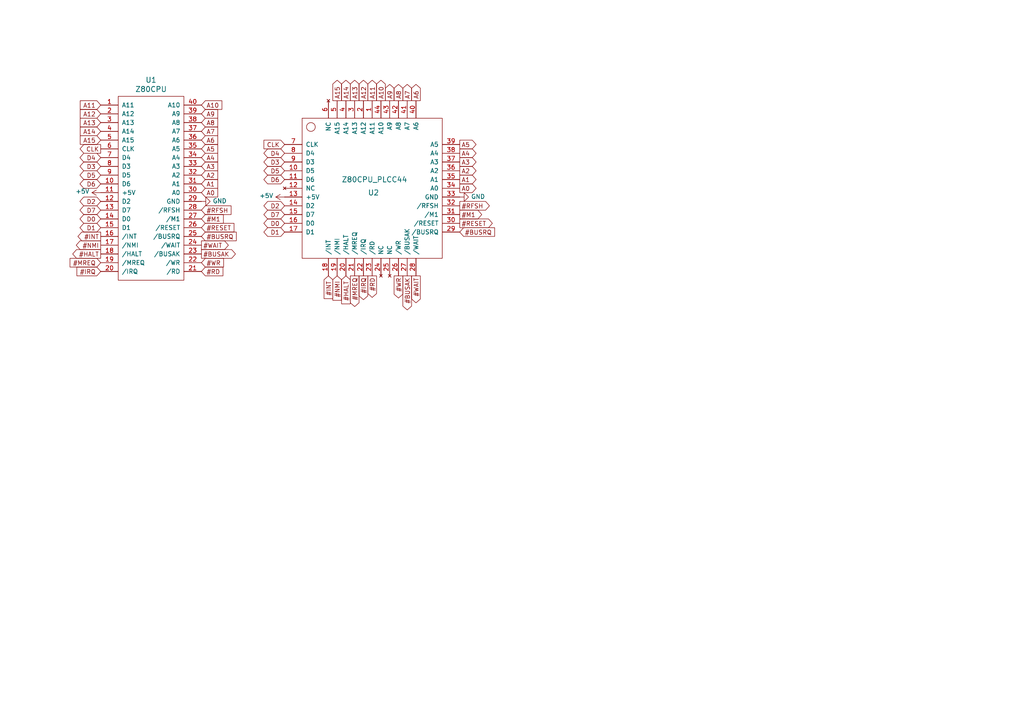
<source format=kicad_sch>
(kicad_sch (version 20211123) (generator eeschema)

  (uuid b3d08afa-f296-4e3b-8825-73b6331d35bf)

  (paper "A4")

  (lib_symbols
    (symbol "cloudree_MSX:Z80CPU" (pin_names (offset 1.016)) (in_bom yes) (on_board yes)
      (property "Reference" "U" (id 0) (at 0 27.94 0)
        (effects (font (size 1.524 1.524)))
      )
      (property "Value" "cloudree_MSX_Z80CPU" (id 1) (at 0 30.48 0)
        (effects (font (size 1.524 1.524)))
      )
      (property "Footprint" "" (id 2) (at -7.62 7.62 0)
        (effects (font (size 1.524 1.524)) hide)
      )
      (property "Datasheet" "" (id 3) (at -7.62 7.62 0)
        (effects (font (size 1.524 1.524)) hide)
      )
      (symbol "Z80CPU_0_1"
        (rectangle (start -8.89 26.67) (end 10.16 -26.67)
          (stroke (width 0) (type default) (color 0 0 0 0))
          (fill (type none))
        )
      )
      (symbol "Z80CPU_1_1"
        (pin input line (at -13.97 24.13 0) (length 5.08)
          (name "A11" (effects (font (size 1.27 1.27))))
          (number "1" (effects (font (size 1.27 1.27))))
        )
        (pin input line (at -13.97 1.27 0) (length 5.08)
          (name "D6" (effects (font (size 1.27 1.27))))
          (number "10" (effects (font (size 1.27 1.27))))
        )
        (pin input line (at -13.97 -1.27 0) (length 5.08)
          (name "+5V" (effects (font (size 1.27 1.27))))
          (number "11" (effects (font (size 1.27 1.27))))
        )
        (pin input line (at -13.97 -3.81 0) (length 5.08)
          (name "D2" (effects (font (size 1.27 1.27))))
          (number "12" (effects (font (size 1.27 1.27))))
        )
        (pin input line (at -13.97 -6.35 0) (length 5.08)
          (name "D7" (effects (font (size 1.27 1.27))))
          (number "13" (effects (font (size 1.27 1.27))))
        )
        (pin input line (at -13.97 -8.89 0) (length 5.08)
          (name "D0" (effects (font (size 1.27 1.27))))
          (number "14" (effects (font (size 1.27 1.27))))
        )
        (pin input line (at -13.97 -11.43 0) (length 5.08)
          (name "D1" (effects (font (size 1.27 1.27))))
          (number "15" (effects (font (size 1.27 1.27))))
        )
        (pin input line (at -13.97 -13.97 0) (length 5.08)
          (name "/INT" (effects (font (size 1.27 1.27))))
          (number "16" (effects (font (size 1.27 1.27))))
        )
        (pin input line (at -13.97 -16.51 0) (length 5.08)
          (name "/NMI" (effects (font (size 1.27 1.27))))
          (number "17" (effects (font (size 1.27 1.27))))
        )
        (pin input line (at -13.97 -19.05 0) (length 5.08)
          (name "/HALT" (effects (font (size 1.27 1.27))))
          (number "18" (effects (font (size 1.27 1.27))))
        )
        (pin input line (at -13.97 -21.59 0) (length 5.08)
          (name "/MREQ" (effects (font (size 1.27 1.27))))
          (number "19" (effects (font (size 1.27 1.27))))
        )
        (pin input line (at -13.97 21.59 0) (length 5.08)
          (name "A12" (effects (font (size 1.27 1.27))))
          (number "2" (effects (font (size 1.27 1.27))))
        )
        (pin input line (at -13.97 -24.13 0) (length 5.08)
          (name "/IRQ" (effects (font (size 1.27 1.27))))
          (number "20" (effects (font (size 1.27 1.27))))
        )
        (pin input line (at 15.24 -24.13 180) (length 5.08)
          (name "/RD" (effects (font (size 1.27 1.27))))
          (number "21" (effects (font (size 1.27 1.27))))
        )
        (pin input line (at 15.24 -21.59 180) (length 5.08)
          (name "/WR" (effects (font (size 1.27 1.27))))
          (number "22" (effects (font (size 1.27 1.27))))
        )
        (pin input line (at 15.24 -19.05 180) (length 5.08)
          (name "/BUSAK" (effects (font (size 1.27 1.27))))
          (number "23" (effects (font (size 1.27 1.27))))
        )
        (pin input line (at 15.24 -16.51 180) (length 5.08)
          (name "/WAIT" (effects (font (size 1.27 1.27))))
          (number "24" (effects (font (size 1.27 1.27))))
        )
        (pin input line (at 15.24 -13.97 180) (length 5.08)
          (name "/BUSRQ" (effects (font (size 1.27 1.27))))
          (number "25" (effects (font (size 1.27 1.27))))
        )
        (pin input line (at 15.24 -11.43 180) (length 5.08)
          (name "/RESET" (effects (font (size 1.27 1.27))))
          (number "26" (effects (font (size 1.27 1.27))))
        )
        (pin input line (at 15.24 -8.89 180) (length 5.08)
          (name "/M1" (effects (font (size 1.27 1.27))))
          (number "27" (effects (font (size 1.27 1.27))))
        )
        (pin input line (at 15.24 -6.35 180) (length 5.08)
          (name "/RFSH" (effects (font (size 1.27 1.27))))
          (number "28" (effects (font (size 1.27 1.27))))
        )
        (pin input line (at 15.24 -3.81 180) (length 5.08)
          (name "GND" (effects (font (size 1.27 1.27))))
          (number "29" (effects (font (size 1.27 1.27))))
        )
        (pin input line (at -13.97 19.05 0) (length 5.08)
          (name "A13" (effects (font (size 1.27 1.27))))
          (number "3" (effects (font (size 1.27 1.27))))
        )
        (pin input line (at 15.24 -1.27 180) (length 5.08)
          (name "A0" (effects (font (size 1.27 1.27))))
          (number "30" (effects (font (size 1.27 1.27))))
        )
        (pin input line (at 15.24 1.27 180) (length 5.08)
          (name "A1" (effects (font (size 1.27 1.27))))
          (number "31" (effects (font (size 1.27 1.27))))
        )
        (pin input line (at 15.24 3.81 180) (length 5.08)
          (name "A2" (effects (font (size 1.27 1.27))))
          (number "32" (effects (font (size 1.27 1.27))))
        )
        (pin input line (at 15.24 6.35 180) (length 5.08)
          (name "A3" (effects (font (size 1.27 1.27))))
          (number "33" (effects (font (size 1.27 1.27))))
        )
        (pin input line (at 15.24 8.89 180) (length 5.08)
          (name "A4" (effects (font (size 1.27 1.27))))
          (number "34" (effects (font (size 1.27 1.27))))
        )
        (pin input line (at 15.24 11.43 180) (length 5.08)
          (name "A5" (effects (font (size 1.27 1.27))))
          (number "35" (effects (font (size 1.27 1.27))))
        )
        (pin input line (at 15.24 13.97 180) (length 5.08)
          (name "A6" (effects (font (size 1.27 1.27))))
          (number "36" (effects (font (size 1.27 1.27))))
        )
        (pin input line (at 15.24 16.51 180) (length 5.08)
          (name "A7" (effects (font (size 1.27 1.27))))
          (number "37" (effects (font (size 1.27 1.27))))
        )
        (pin input line (at 15.24 19.05 180) (length 5.08)
          (name "A8" (effects (font (size 1.27 1.27))))
          (number "38" (effects (font (size 1.27 1.27))))
        )
        (pin input line (at 15.24 21.59 180) (length 5.08)
          (name "A9" (effects (font (size 1.27 1.27))))
          (number "39" (effects (font (size 1.27 1.27))))
        )
        (pin input line (at -13.97 16.51 0) (length 5.08)
          (name "A14" (effects (font (size 1.27 1.27))))
          (number "4" (effects (font (size 1.27 1.27))))
        )
        (pin input line (at 15.24 24.13 180) (length 5.08)
          (name "A10" (effects (font (size 1.27 1.27))))
          (number "40" (effects (font (size 1.27 1.27))))
        )
        (pin input line (at -13.97 13.97 0) (length 5.08)
          (name "A15" (effects (font (size 1.27 1.27))))
          (number "5" (effects (font (size 1.27 1.27))))
        )
        (pin input line (at -13.97 11.43 0) (length 5.08)
          (name "CLK" (effects (font (size 1.27 1.27))))
          (number "6" (effects (font (size 1.27 1.27))))
        )
        (pin input line (at -13.97 8.89 0) (length 5.08)
          (name "D4" (effects (font (size 1.27 1.27))))
          (number "7" (effects (font (size 1.27 1.27))))
        )
        (pin input line (at -13.97 6.35 0) (length 5.08)
          (name "D3" (effects (font (size 1.27 1.27))))
          (number "8" (effects (font (size 1.27 1.27))))
        )
        (pin input line (at -13.97 3.81 0) (length 5.08)
          (name "D5" (effects (font (size 1.27 1.27))))
          (number "9" (effects (font (size 1.27 1.27))))
        )
      )
    )
    (symbol "cloudree_MSX:Z80CPU_PLCC44" (pin_names (offset 1.016)) (in_bom yes) (on_board yes)
      (property "Reference" "U" (id 0) (at 0 -1.27 0)
        (effects (font (size 1.524 1.524)))
      )
      (property "Value" "cloudree_MSX_Z80CPU_PLCC44" (id 1) (at 0 1.27 0)
        (effects (font (size 1.524 1.524)))
      )
      (property "Footprint" "" (id 2) (at 15.24 27.94 90)
        (effects (font (size 1.524 1.524)) hide)
      )
      (property "Datasheet" "" (id 3) (at 15.24 27.94 90)
        (effects (font (size 1.524 1.524)) hide)
      )
      (symbol "Z80CPU_PLCC44_0_1"
        (rectangle (start -20.32 20.32) (end 20.32 -20.32)
          (stroke (width 0) (type default) (color 0 0 0 0))
          (fill (type none))
        )
        (circle (center -17.78 17.78) (radius 1.27)
          (stroke (width 0) (type default) (color 0 0 0 0))
          (fill (type none))
        )
      )
      (symbol "Z80CPU_PLCC44_1_1"
        (pin output line (at 0 25.4 270) (length 5.08)
          (name "A11" (effects (font (size 1.27 1.27))))
          (number "1" (effects (font (size 1.27 1.27))))
        )
        (pin bidirectional line (at -25.4 5.08 0) (length 5.08)
          (name "D5" (effects (font (size 1.27 1.27))))
          (number "10" (effects (font (size 1.27 1.27))))
        )
        (pin bidirectional line (at -25.4 2.54 0) (length 5.08)
          (name "D6" (effects (font (size 1.27 1.27))))
          (number "11" (effects (font (size 1.27 1.27))))
        )
        (pin no_connect line (at -25.4 0 0) (length 5.08)
          (name "NC" (effects (font (size 1.27 1.27))))
          (number "12" (effects (font (size 1.27 1.27))))
        )
        (pin power_in line (at -25.4 -2.54 0) (length 5.08)
          (name "+5V" (effects (font (size 1.27 1.27))))
          (number "13" (effects (font (size 1.27 1.27))))
        )
        (pin bidirectional line (at -25.4 -5.08 0) (length 5.08)
          (name "D2" (effects (font (size 1.27 1.27))))
          (number "14" (effects (font (size 1.27 1.27))))
        )
        (pin bidirectional line (at -25.4 -7.62 0) (length 5.08)
          (name "D7" (effects (font (size 1.27 1.27))))
          (number "15" (effects (font (size 1.27 1.27))))
        )
        (pin bidirectional line (at -25.4 -10.16 0) (length 5.08)
          (name "D0" (effects (font (size 1.27 1.27))))
          (number "16" (effects (font (size 1.27 1.27))))
        )
        (pin bidirectional line (at -25.4 -12.7 0) (length 5.08)
          (name "D1" (effects (font (size 1.27 1.27))))
          (number "17" (effects (font (size 1.27 1.27))))
        )
        (pin input line (at -12.7 -25.4 90) (length 5.08)
          (name "/INT" (effects (font (size 1.27 1.27))))
          (number "18" (effects (font (size 1.27 1.27))))
        )
        (pin input line (at -10.16 -25.4 90) (length 5.08)
          (name "/NMI" (effects (font (size 1.27 1.27))))
          (number "19" (effects (font (size 1.27 1.27))))
        )
        (pin output line (at -2.54 25.4 270) (length 5.08)
          (name "A12" (effects (font (size 1.27 1.27))))
          (number "2" (effects (font (size 1.27 1.27))))
        )
        (pin input line (at -7.62 -25.4 90) (length 5.08)
          (name "/HALT" (effects (font (size 1.27 1.27))))
          (number "20" (effects (font (size 1.27 1.27))))
        )
        (pin output line (at -5.08 -25.4 90) (length 5.08)
          (name "/MREQ" (effects (font (size 1.27 1.27))))
          (number "21" (effects (font (size 1.27 1.27))))
        )
        (pin output line (at -2.54 -25.4 90) (length 5.08)
          (name "/IRQ" (effects (font (size 1.27 1.27))))
          (number "22" (effects (font (size 1.27 1.27))))
        )
        (pin output line (at 0 -25.4 90) (length 5.08)
          (name "/RD" (effects (font (size 1.27 1.27))))
          (number "23" (effects (font (size 1.27 1.27))))
        )
        (pin no_connect line (at 2.54 -25.4 90) (length 5.08)
          (name "NC" (effects (font (size 1.27 1.27))))
          (number "24" (effects (font (size 1.27 1.27))))
        )
        (pin no_connect line (at 5.08 -25.4 90) (length 5.08)
          (name "NC" (effects (font (size 1.27 1.27))))
          (number "25" (effects (font (size 1.27 1.27))))
        )
        (pin output line (at 7.62 -25.4 90) (length 5.08)
          (name "/WR" (effects (font (size 1.27 1.27))))
          (number "26" (effects (font (size 1.27 1.27))))
        )
        (pin input line (at 10.16 -25.4 90) (length 5.08)
          (name "/BUSAK" (effects (font (size 1.27 1.27))))
          (number "27" (effects (font (size 1.27 1.27))))
        )
        (pin input line (at 12.7 -25.4 90) (length 5.08)
          (name "/WAIT" (effects (font (size 1.27 1.27))))
          (number "28" (effects (font (size 1.27 1.27))))
        )
        (pin input line (at 25.4 -12.7 180) (length 5.08)
          (name "/BUSRQ" (effects (font (size 1.27 1.27))))
          (number "29" (effects (font (size 1.27 1.27))))
        )
        (pin output line (at -5.08 25.4 270) (length 5.08)
          (name "A13" (effects (font (size 1.27 1.27))))
          (number "3" (effects (font (size 1.27 1.27))))
        )
        (pin output line (at 25.4 -10.16 180) (length 5.08)
          (name "/RESET" (effects (font (size 1.27 1.27))))
          (number "30" (effects (font (size 1.27 1.27))))
        )
        (pin output line (at 25.4 -7.62 180) (length 5.08)
          (name "/M1" (effects (font (size 1.27 1.27))))
          (number "31" (effects (font (size 1.27 1.27))))
        )
        (pin output line (at 25.4 -5.08 180) (length 5.08)
          (name "/RFSH" (effects (font (size 1.27 1.27))))
          (number "32" (effects (font (size 1.27 1.27))))
        )
        (pin power_in line (at 25.4 -2.54 180) (length 5.08)
          (name "GND" (effects (font (size 1.27 1.27))))
          (number "33" (effects (font (size 1.27 1.27))))
        )
        (pin output line (at 25.4 0 180) (length 5.08)
          (name "A0" (effects (font (size 1.27 1.27))))
          (number "34" (effects (font (size 1.27 1.27))))
        )
        (pin output line (at 25.4 2.54 180) (length 5.08)
          (name "A1" (effects (font (size 1.27 1.27))))
          (number "35" (effects (font (size 1.27 1.27))))
        )
        (pin output line (at 25.4 5.08 180) (length 5.08)
          (name "A2" (effects (font (size 1.27 1.27))))
          (number "36" (effects (font (size 1.27 1.27))))
        )
        (pin output line (at 25.4 7.62 180) (length 5.08)
          (name "A3" (effects (font (size 1.27 1.27))))
          (number "37" (effects (font (size 1.27 1.27))))
        )
        (pin output line (at 25.4 10.16 180) (length 5.08)
          (name "A4" (effects (font (size 1.27 1.27))))
          (number "38" (effects (font (size 1.27 1.27))))
        )
        (pin output line (at 25.4 12.7 180) (length 5.08)
          (name "A5" (effects (font (size 1.27 1.27))))
          (number "39" (effects (font (size 1.27 1.27))))
        )
        (pin output line (at -7.62 25.4 270) (length 5.08)
          (name "A14" (effects (font (size 1.27 1.27))))
          (number "4" (effects (font (size 1.27 1.27))))
        )
        (pin output line (at 12.7 25.4 270) (length 5.08)
          (name "A6" (effects (font (size 1.27 1.27))))
          (number "40" (effects (font (size 1.27 1.27))))
        )
        (pin output line (at 10.16 25.4 270) (length 5.08)
          (name "A7" (effects (font (size 1.27 1.27))))
          (number "41" (effects (font (size 1.27 1.27))))
        )
        (pin output line (at 7.62 25.4 270) (length 5.08)
          (name "A8" (effects (font (size 1.27 1.27))))
          (number "42" (effects (font (size 1.27 1.27))))
        )
        (pin output line (at 5.08 25.4 270) (length 5.08)
          (name "A9" (effects (font (size 1.27 1.27))))
          (number "43" (effects (font (size 1.27 1.27))))
        )
        (pin output line (at 2.54 25.4 270) (length 5.08)
          (name "A10" (effects (font (size 1.27 1.27))))
          (number "44" (effects (font (size 1.27 1.27))))
        )
        (pin output line (at -10.16 25.4 270) (length 5.08)
          (name "A15" (effects (font (size 1.27 1.27))))
          (number "5" (effects (font (size 1.27 1.27))))
        )
        (pin no_connect line (at -12.7 25.4 270) (length 5.08)
          (name "NC" (effects (font (size 1.27 1.27))))
          (number "6" (effects (font (size 1.27 1.27))))
        )
        (pin input line (at -25.4 12.7 0) (length 5.08)
          (name "CLK" (effects (font (size 1.27 1.27))))
          (number "7" (effects (font (size 1.27 1.27))))
        )
        (pin bidirectional line (at -25.4 10.16 0) (length 5.08)
          (name "D4" (effects (font (size 1.27 1.27))))
          (number "8" (effects (font (size 1.27 1.27))))
        )
        (pin bidirectional line (at -25.4 7.62 0) (length 5.08)
          (name "D3" (effects (font (size 1.27 1.27))))
          (number "9" (effects (font (size 1.27 1.27))))
        )
      )
    )
    (symbol "power:+5V" (power) (pin_names (offset 0)) (in_bom yes) (on_board yes)
      (property "Reference" "#PWR" (id 0) (at 0 -3.81 0)
        (effects (font (size 1.27 1.27)) hide)
      )
      (property "Value" "+5V" (id 1) (at 0 3.556 0)
        (effects (font (size 1.27 1.27)))
      )
      (property "Footprint" "" (id 2) (at 0 0 0)
        (effects (font (size 1.27 1.27)) hide)
      )
      (property "Datasheet" "" (id 3) (at 0 0 0)
        (effects (font (size 1.27 1.27)) hide)
      )
      (property "ki_keywords" "power-flag" (id 4) (at 0 0 0)
        (effects (font (size 1.27 1.27)) hide)
      )
      (property "ki_description" "Power symbol creates a global label with name \"+5V\"" (id 5) (at 0 0 0)
        (effects (font (size 1.27 1.27)) hide)
      )
      (symbol "+5V_0_1"
        (polyline
          (pts
            (xy -0.762 1.27)
            (xy 0 2.54)
          )
          (stroke (width 0) (type default) (color 0 0 0 0))
          (fill (type none))
        )
        (polyline
          (pts
            (xy 0 0)
            (xy 0 2.54)
          )
          (stroke (width 0) (type default) (color 0 0 0 0))
          (fill (type none))
        )
        (polyline
          (pts
            (xy 0 2.54)
            (xy 0.762 1.27)
          )
          (stroke (width 0) (type default) (color 0 0 0 0))
          (fill (type none))
        )
      )
      (symbol "+5V_1_1"
        (pin power_in line (at 0 0 90) (length 0) hide
          (name "+5V" (effects (font (size 1.27 1.27))))
          (number "1" (effects (font (size 1.27 1.27))))
        )
      )
    )
    (symbol "power:GND" (power) (pin_names (offset 0)) (in_bom yes) (on_board yes)
      (property "Reference" "#PWR" (id 0) (at 0 -6.35 0)
        (effects (font (size 1.27 1.27)) hide)
      )
      (property "Value" "GND" (id 1) (at 0 -3.81 0)
        (effects (font (size 1.27 1.27)))
      )
      (property "Footprint" "" (id 2) (at 0 0 0)
        (effects (font (size 1.27 1.27)) hide)
      )
      (property "Datasheet" "" (id 3) (at 0 0 0)
        (effects (font (size 1.27 1.27)) hide)
      )
      (property "ki_keywords" "power-flag" (id 4) (at 0 0 0)
        (effects (font (size 1.27 1.27)) hide)
      )
      (property "ki_description" "Power symbol creates a global label with name \"GND\" , ground" (id 5) (at 0 0 0)
        (effects (font (size 1.27 1.27)) hide)
      )
      (symbol "GND_0_1"
        (polyline
          (pts
            (xy 0 0)
            (xy 0 -1.27)
            (xy 1.27 -1.27)
            (xy 0 -2.54)
            (xy -1.27 -1.27)
            (xy 0 -1.27)
          )
          (stroke (width 0) (type default) (color 0 0 0 0))
          (fill (type none))
        )
      )
      (symbol "GND_1_1"
        (pin power_in line (at 0 0 270) (length 0) hide
          (name "GND" (effects (font (size 1.27 1.27))))
          (number "1" (effects (font (size 1.27 1.27))))
        )
      )
    )
  )


  (global_label "A7" (shape input) (at 58.42 38.1 0) (fields_autoplaced)
    (effects (font (size 1.27 1.27)) (justify left))
    (uuid 0147f16a-c952-4891-8f53-a9fb8cddeb8d)
    (property "Intersheet References" "${INTERSHEET_REFS}" (id 0) (at 0 0 0)
      (effects (font (size 1.27 1.27)) hide)
    )
  )
  (global_label "A0" (shape output) (at 133.35 54.61 0) (fields_autoplaced)
    (effects (font (size 1.27 1.27)) (justify left))
    (uuid 0217dfc4-fc13-4699-99ad-d9948522648e)
    (property "Intersheet References" "${INTERSHEET_REFS}" (id 0) (at 0 0 0)
      (effects (font (size 1.27 1.27)) hide)
    )
  )
  (global_label "D4" (shape bidirectional) (at 82.55 44.45 180) (fields_autoplaced)
    (effects (font (size 1.27 1.27)) (justify right))
    (uuid 03c52831-5dc5-43c5-a442-8d23643b46fb)
    (property "Intersheet References" "${INTERSHEET_REFS}" (id 0) (at 0 0 0)
      (effects (font (size 1.27 1.27)) hide)
    )
  )
  (global_label "A8" (shape output) (at 115.57 29.21 90) (fields_autoplaced)
    (effects (font (size 1.27 1.27)) (justify left))
    (uuid 08a7c925-7fae-4530-b0c9-120e185cb318)
    (property "Intersheet References" "${INTERSHEET_REFS}" (id 0) (at 0 0 0)
      (effects (font (size 1.27 1.27)) hide)
    )
  )
  (global_label "A3" (shape input) (at 58.42 48.26 0) (fields_autoplaced)
    (effects (font (size 1.27 1.27)) (justify left))
    (uuid 0a3cc030-c9dd-4d74-9d50-715ed2b361a2)
    (property "Intersheet References" "${INTERSHEET_REFS}" (id 0) (at 0 0 0)
      (effects (font (size 1.27 1.27)) hide)
    )
  )
  (global_label "#MREQ" (shape output) (at 102.87 80.01 270) (fields_autoplaced)
    (effects (font (size 1.27 1.27)) (justify right))
    (uuid 0f54db53-a272-4955-88fb-d7ab00657bb0)
    (property "Intersheet References" "${INTERSHEET_REFS}" (id 0) (at 0 0 0)
      (effects (font (size 1.27 1.27)) hide)
    )
  )
  (global_label "#WR" (shape output) (at 115.57 80.01 270) (fields_autoplaced)
    (effects (font (size 1.27 1.27)) (justify right))
    (uuid 12422a89-3d0c-485c-9386-f77121fd68fd)
    (property "Intersheet References" "${INTERSHEET_REFS}" (id 0) (at 0 0 0)
      (effects (font (size 1.27 1.27)) hide)
    )
  )
  (global_label "A4" (shape input) (at 58.42 45.72 0) (fields_autoplaced)
    (effects (font (size 1.27 1.27)) (justify left))
    (uuid 15875808-74d5-4210-b8ca-aa8fbc04ae21)
    (property "Intersheet References" "${INTERSHEET_REFS}" (id 0) (at 0 0 0)
      (effects (font (size 1.27 1.27)) hide)
    )
  )
  (global_label "A14" (shape output) (at 100.33 29.21 90) (fields_autoplaced)
    (effects (font (size 1.27 1.27)) (justify left))
    (uuid 181abe7a-f941-42b6-bd46-aaa3131f90fb)
    (property "Intersheet References" "${INTERSHEET_REFS}" (id 0) (at 0 0 0)
      (effects (font (size 1.27 1.27)) hide)
    )
  )
  (global_label "A12" (shape output) (at 105.41 29.21 90) (fields_autoplaced)
    (effects (font (size 1.27 1.27)) (justify left))
    (uuid 1831fb37-1c5d-42c4-b898-151be6fca9dc)
    (property "Intersheet References" "${INTERSHEET_REFS}" (id 0) (at 0 0 0)
      (effects (font (size 1.27 1.27)) hide)
    )
  )
  (global_label "A1" (shape input) (at 58.42 53.34 0) (fields_autoplaced)
    (effects (font (size 1.27 1.27)) (justify left))
    (uuid 1860e030-7a36-4298-b7fc-a16d48ab15ba)
    (property "Intersheet References" "${INTERSHEET_REFS}" (id 0) (at 0 0 0)
      (effects (font (size 1.27 1.27)) hide)
    )
  )
  (global_label "D1" (shape bidirectional) (at 82.55 67.31 180) (fields_autoplaced)
    (effects (font (size 1.27 1.27)) (justify right))
    (uuid 1a1ab354-5f85-45f9-938c-9f6c4c8c3ea2)
    (property "Intersheet References" "${INTERSHEET_REFS}" (id 0) (at 0 0 0)
      (effects (font (size 1.27 1.27)) hide)
    )
  )
  (global_label "#BUSAK" (shape output) (at 118.11 80.01 270) (fields_autoplaced)
    (effects (font (size 1.27 1.27)) (justify right))
    (uuid 1a6d2848-e78e-49fe-8978-e1890f07836f)
    (property "Intersheet References" "${INTERSHEET_REFS}" (id 0) (at 0 0 0)
      (effects (font (size 1.27 1.27)) hide)
    )
  )
  (global_label "#RESET" (shape input) (at 58.42 66.04 0) (fields_autoplaced)
    (effects (font (size 1.27 1.27)) (justify left))
    (uuid 1e1b062d-fad0-427c-a622-c5b8a80b5268)
    (property "Intersheet References" "${INTERSHEET_REFS}" (id 0) (at 0 0 0)
      (effects (font (size 1.27 1.27)) hide)
    )
  )
  (global_label "A6" (shape output) (at 120.65 29.21 90) (fields_autoplaced)
    (effects (font (size 1.27 1.27)) (justify left))
    (uuid 240e07e1-770b-4b27-894f-29fd601c924d)
    (property "Intersheet References" "${INTERSHEET_REFS}" (id 0) (at 0 0 0)
      (effects (font (size 1.27 1.27)) hide)
    )
  )
  (global_label "D3" (shape bidirectional) (at 82.55 46.99 180) (fields_autoplaced)
    (effects (font (size 1.27 1.27)) (justify right))
    (uuid 29e78086-2175-405e-9ba3-c48766d2f50c)
    (property "Intersheet References" "${INTERSHEET_REFS}" (id 0) (at 0 0 0)
      (effects (font (size 1.27 1.27)) hide)
    )
  )
  (global_label "A10" (shape output) (at 110.49 29.21 90) (fields_autoplaced)
    (effects (font (size 1.27 1.27)) (justify left))
    (uuid 2d6db888-4e40-41c8-b701-07170fc894bc)
    (property "Intersheet References" "${INTERSHEET_REFS}" (id 0) (at 0 0 0)
      (effects (font (size 1.27 1.27)) hide)
    )
  )
  (global_label "#WAIT" (shape output) (at 58.42 71.12 0) (fields_autoplaced)
    (effects (font (size 1.27 1.27)) (justify left))
    (uuid 2e642b3e-a476-4c54-9a52-dcea955640cd)
    (property "Intersheet References" "${INTERSHEET_REFS}" (id 0) (at 0 0 0)
      (effects (font (size 1.27 1.27)) hide)
    )
  )
  (global_label "#BUSRQ" (shape input) (at 58.42 68.58 0) (fields_autoplaced)
    (effects (font (size 1.27 1.27)) (justify left))
    (uuid 30f15357-ce1d-48b9-93dc-7d9b1b2aa048)
    (property "Intersheet References" "${INTERSHEET_REFS}" (id 0) (at 0 0 0)
      (effects (font (size 1.27 1.27)) hide)
    )
  )
  (global_label "#M1" (shape output) (at 133.35 62.23 0) (fields_autoplaced)
    (effects (font (size 1.27 1.27)) (justify left))
    (uuid 3a7648d8-121a-4921-9b92-9b35b76ce39b)
    (property "Intersheet References" "${INTERSHEET_REFS}" (id 0) (at 0 0 0)
      (effects (font (size 1.27 1.27)) hide)
    )
  )
  (global_label "#NMI" (shape input) (at 97.79 80.01 270) (fields_autoplaced)
    (effects (font (size 1.27 1.27)) (justify right))
    (uuid 3aaee4c4-dbf7-49a5-a620-9465d8cc3ae7)
    (property "Intersheet References" "${INTERSHEET_REFS}" (id 0) (at 0 0 0)
      (effects (font (size 1.27 1.27)) hide)
    )
  )
  (global_label "#M1" (shape input) (at 58.42 63.5 0) (fields_autoplaced)
    (effects (font (size 1.27 1.27)) (justify left))
    (uuid 3b838d52-596d-4e4d-a6ac-e4c8e7621137)
    (property "Intersheet References" "${INTERSHEET_REFS}" (id 0) (at 0 0 0)
      (effects (font (size 1.27 1.27)) hide)
    )
  )
  (global_label "CLK" (shape input) (at 82.55 41.91 180) (fields_autoplaced)
    (effects (font (size 1.27 1.27)) (justify right))
    (uuid 3cd1bda0-18db-417d-b581-a0c50623df68)
    (property "Intersheet References" "${INTERSHEET_REFS}" (id 0) (at 0 0 0)
      (effects (font (size 1.27 1.27)) hide)
    )
  )
  (global_label "#RESET" (shape output) (at 133.35 64.77 0) (fields_autoplaced)
    (effects (font (size 1.27 1.27)) (justify left))
    (uuid 3e903008-0276-4a73-8edb-5d9dfde6297c)
    (property "Intersheet References" "${INTERSHEET_REFS}" (id 0) (at 0 0 0)
      (effects (font (size 1.27 1.27)) hide)
    )
  )
  (global_label "#RD" (shape output) (at 107.95 80.01 270) (fields_autoplaced)
    (effects (font (size 1.27 1.27)) (justify right))
    (uuid 40165eda-4ba6-4565-9bb4-b9df6dbb08da)
    (property "Intersheet References" "${INTERSHEET_REFS}" (id 0) (at 0 0 0)
      (effects (font (size 1.27 1.27)) hide)
    )
  )
  (global_label "#MREQ" (shape input) (at 29.21 76.2 180) (fields_autoplaced)
    (effects (font (size 1.27 1.27)) (justify right))
    (uuid 44d8279a-9cd1-4db6-856f-0363131605fc)
    (property "Intersheet References" "${INTERSHEET_REFS}" (id 0) (at 0 0 0)
      (effects (font (size 1.27 1.27)) hide)
    )
  )
  (global_label "#WAIT" (shape output) (at 120.65 80.01 270) (fields_autoplaced)
    (effects (font (size 1.27 1.27)) (justify right))
    (uuid 45008225-f50f-4d6b-b508-6730a9408caf)
    (property "Intersheet References" "${INTERSHEET_REFS}" (id 0) (at 0 0 0)
      (effects (font (size 1.27 1.27)) hide)
    )
  )
  (global_label "A12" (shape input) (at 29.21 33.02 180) (fields_autoplaced)
    (effects (font (size 1.27 1.27)) (justify right))
    (uuid 46918595-4a45-48e8-84c0-961b4db7f35f)
    (property "Intersheet References" "${INTERSHEET_REFS}" (id 0) (at 0 0 0)
      (effects (font (size 1.27 1.27)) hide)
    )
  )
  (global_label "D5" (shape bidirectional) (at 82.55 49.53 180) (fields_autoplaced)
    (effects (font (size 1.27 1.27)) (justify right))
    (uuid 4c8eb964-bdf4-44de-90e9-e2ab82dd5313)
    (property "Intersheet References" "${INTERSHEET_REFS}" (id 0) (at 0 0 0)
      (effects (font (size 1.27 1.27)) hide)
    )
  )
  (global_label "#HALT" (shape output) (at 29.21 73.66 180) (fields_autoplaced)
    (effects (font (size 1.27 1.27)) (justify right))
    (uuid 4fb02e58-160a-4a39-9f22-d0c75e82ee72)
    (property "Intersheet References" "${INTERSHEET_REFS}" (id 0) (at 0 0 0)
      (effects (font (size 1.27 1.27)) hide)
    )
  )
  (global_label "A9" (shape output) (at 113.03 29.21 90) (fields_autoplaced)
    (effects (font (size 1.27 1.27)) (justify left))
    (uuid 5528bcad-2950-4673-90eb-c37e6952c475)
    (property "Intersheet References" "${INTERSHEET_REFS}" (id 0) (at 0 0 0)
      (effects (font (size 1.27 1.27)) hide)
    )
  )
  (global_label "#RFSH" (shape input) (at 58.42 60.96 0) (fields_autoplaced)
    (effects (font (size 1.27 1.27)) (justify left))
    (uuid 55e740a3-0735-4744-896e-2bf5437093b9)
    (property "Intersheet References" "${INTERSHEET_REFS}" (id 0) (at 0 0 0)
      (effects (font (size 1.27 1.27)) hide)
    )
  )
  (global_label "D6" (shape bidirectional) (at 29.21 53.34 180) (fields_autoplaced)
    (effects (font (size 1.27 1.27)) (justify right))
    (uuid 5cbb5968-dbb5-4b84-864a-ead1cacf75b9)
    (property "Intersheet References" "${INTERSHEET_REFS}" (id 0) (at 0 0 0)
      (effects (font (size 1.27 1.27)) hide)
    )
  )
  (global_label "A2" (shape output) (at 133.35 49.53 0) (fields_autoplaced)
    (effects (font (size 1.27 1.27)) (justify left))
    (uuid 61fe293f-6808-4b7f-9340-9aaac7054a97)
    (property "Intersheet References" "${INTERSHEET_REFS}" (id 0) (at 0 0 0)
      (effects (font (size 1.27 1.27)) hide)
    )
  )
  (global_label "A3" (shape output) (at 133.35 46.99 0) (fields_autoplaced)
    (effects (font (size 1.27 1.27)) (justify left))
    (uuid 63ff1c93-3f96-4c33-b498-5dd8c33bccc0)
    (property "Intersheet References" "${INTERSHEET_REFS}" (id 0) (at 0 0 0)
      (effects (font (size 1.27 1.27)) hide)
    )
  )
  (global_label "#BUSRQ" (shape input) (at 133.35 67.31 0) (fields_autoplaced)
    (effects (font (size 1.27 1.27)) (justify left))
    (uuid 6475547d-3216-45a4-a15c-48314f1dd0f9)
    (property "Intersheet References" "${INTERSHEET_REFS}" (id 0) (at 0 0 0)
      (effects (font (size 1.27 1.27)) hide)
    )
  )
  (global_label "#IRQ" (shape input) (at 29.21 78.74 180) (fields_autoplaced)
    (effects (font (size 1.27 1.27)) (justify right))
    (uuid 66116376-6967-4178-9f23-a26cdeafc400)
    (property "Intersheet References" "${INTERSHEET_REFS}" (id 0) (at 0 0 0)
      (effects (font (size 1.27 1.27)) hide)
    )
  )
  (global_label "D7" (shape bidirectional) (at 82.55 62.23 180) (fields_autoplaced)
    (effects (font (size 1.27 1.27)) (justify right))
    (uuid 666713b0-70f4-42df-8761-f65bc212d03b)
    (property "Intersheet References" "${INTERSHEET_REFS}" (id 0) (at 0 0 0)
      (effects (font (size 1.27 1.27)) hide)
    )
  )
  (global_label "A0" (shape input) (at 58.42 55.88 0) (fields_autoplaced)
    (effects (font (size 1.27 1.27)) (justify left))
    (uuid 67f6e996-3c99-493c-8f6f-e739e2ed5d7a)
    (property "Intersheet References" "${INTERSHEET_REFS}" (id 0) (at 0 0 0)
      (effects (font (size 1.27 1.27)) hide)
    )
  )
  (global_label "D7" (shape bidirectional) (at 29.21 60.96 180) (fields_autoplaced)
    (effects (font (size 1.27 1.27)) (justify right))
    (uuid 6a955fc7-39d9-4c75-9a69-676ca8c0b9b2)
    (property "Intersheet References" "${INTERSHEET_REFS}" (id 0) (at 0 0 0)
      (effects (font (size 1.27 1.27)) hide)
    )
  )
  (global_label "#RFSH" (shape output) (at 133.35 59.69 0) (fields_autoplaced)
    (effects (font (size 1.27 1.27)) (justify left))
    (uuid 6bfe5804-2ef9-4c65-b2a7-f01e4014370a)
    (property "Intersheet References" "${INTERSHEET_REFS}" (id 0) (at 0 0 0)
      (effects (font (size 1.27 1.27)) hide)
    )
  )
  (global_label "A15" (shape output) (at 97.79 29.21 90) (fields_autoplaced)
    (effects (font (size 1.27 1.27)) (justify left))
    (uuid 704d6d51-bb34-4cbf-83d8-841e208048d8)
    (property "Intersheet References" "${INTERSHEET_REFS}" (id 0) (at 0 0 0)
      (effects (font (size 1.27 1.27)) hide)
    )
  )
  (global_label "D1" (shape bidirectional) (at 29.21 66.04 180) (fields_autoplaced)
    (effects (font (size 1.27 1.27)) (justify right))
    (uuid 71c31975-2c45-4d18-a25a-18e07a55d11e)
    (property "Intersheet References" "${INTERSHEET_REFS}" (id 0) (at 0 0 0)
      (effects (font (size 1.27 1.27)) hide)
    )
  )
  (global_label "#NMI" (shape output) (at 29.21 71.12 180) (fields_autoplaced)
    (effects (font (size 1.27 1.27)) (justify right))
    (uuid 77ed3941-d133-4aef-a9af-5a39322d14eb)
    (property "Intersheet References" "${INTERSHEET_REFS}" (id 0) (at 0 0 0)
      (effects (font (size 1.27 1.27)) hide)
    )
  )
  (global_label "CLK" (shape output) (at 29.21 43.18 180) (fields_autoplaced)
    (effects (font (size 1.27 1.27)) (justify right))
    (uuid 78cbdd6c-4878-4cc5-9a58-0e506478e37d)
    (property "Intersheet References" "${INTERSHEET_REFS}" (id 0) (at 0 0 0)
      (effects (font (size 1.27 1.27)) hide)
    )
  )
  (global_label "A1" (shape output) (at 133.35 52.07 0) (fields_autoplaced)
    (effects (font (size 1.27 1.27)) (justify left))
    (uuid 8da933a9-35f8-42e6-8504-d1bab7264306)
    (property "Intersheet References" "${INTERSHEET_REFS}" (id 0) (at 0 0 0)
      (effects (font (size 1.27 1.27)) hide)
    )
  )
  (global_label "D0" (shape bidirectional) (at 82.55 64.77 180) (fields_autoplaced)
    (effects (font (size 1.27 1.27)) (justify right))
    (uuid 9157f4ae-0244-4ff1-9f73-3cb4cbb5f280)
    (property "Intersheet References" "${INTERSHEET_REFS}" (id 0) (at 0 0 0)
      (effects (font (size 1.27 1.27)) hide)
    )
  )
  (global_label "A11" (shape input) (at 29.21 30.48 180) (fields_autoplaced)
    (effects (font (size 1.27 1.27)) (justify right))
    (uuid 94c158d1-8503-4553-b511-bf42f506c2a8)
    (property "Intersheet References" "${INTERSHEET_REFS}" (id 0) (at 0 0 0)
      (effects (font (size 1.27 1.27)) hide)
    )
  )
  (global_label "#HALT" (shape input) (at 100.33 80.01 270) (fields_autoplaced)
    (effects (font (size 1.27 1.27)) (justify right))
    (uuid 97fe9c60-586f-4895-8504-4d3729f5f81a)
    (property "Intersheet References" "${INTERSHEET_REFS}" (id 0) (at 0 0 0)
      (effects (font (size 1.27 1.27)) hide)
    )
  )
  (global_label "D4" (shape bidirectional) (at 29.21 45.72 180) (fields_autoplaced)
    (effects (font (size 1.27 1.27)) (justify right))
    (uuid 983c426c-24e0-4c65-ab69-1f1824adc5c6)
    (property "Intersheet References" "${INTERSHEET_REFS}" (id 0) (at 0 0 0)
      (effects (font (size 1.27 1.27)) hide)
    )
  )
  (global_label "D6" (shape bidirectional) (at 82.55 52.07 180) (fields_autoplaced)
    (effects (font (size 1.27 1.27)) (justify right))
    (uuid 9bb20359-0f8b-45bc-9d38-6626ed3a939d)
    (property "Intersheet References" "${INTERSHEET_REFS}" (id 0) (at 0 0 0)
      (effects (font (size 1.27 1.27)) hide)
    )
  )
  (global_label "A10" (shape input) (at 58.42 30.48 0) (fields_autoplaced)
    (effects (font (size 1.27 1.27)) (justify left))
    (uuid a03e565f-d8cd-4032-aae3-b7327d4143dd)
    (property "Intersheet References" "${INTERSHEET_REFS}" (id 0) (at 0 0 0)
      (effects (font (size 1.27 1.27)) hide)
    )
  )
  (global_label "A14" (shape input) (at 29.21 38.1 180) (fields_autoplaced)
    (effects (font (size 1.27 1.27)) (justify right))
    (uuid a05d7640-f2f6-4ba7-8c51-5a4af431fc13)
    (property "Intersheet References" "${INTERSHEET_REFS}" (id 0) (at 0 0 0)
      (effects (font (size 1.27 1.27)) hide)
    )
  )
  (global_label "#WR" (shape input) (at 58.42 76.2 0) (fields_autoplaced)
    (effects (font (size 1.27 1.27)) (justify left))
    (uuid a3e4f0ae-9f86-49e9-b386-ed8b42e012fb)
    (property "Intersheet References" "${INTERSHEET_REFS}" (id 0) (at 0 0 0)
      (effects (font (size 1.27 1.27)) hide)
    )
  )
  (global_label "A13" (shape input) (at 29.21 35.56 180) (fields_autoplaced)
    (effects (font (size 1.27 1.27)) (justify right))
    (uuid a7520ad3-0f8b-4788-92d4-8ffb277041e6)
    (property "Intersheet References" "${INTERSHEET_REFS}" (id 0) (at 0 0 0)
      (effects (font (size 1.27 1.27)) hide)
    )
  )
  (global_label "A8" (shape input) (at 58.42 35.56 0) (fields_autoplaced)
    (effects (font (size 1.27 1.27)) (justify left))
    (uuid aa02e544-13f5-4cf8-a5f4-3e6cda006090)
    (property "Intersheet References" "${INTERSHEET_REFS}" (id 0) (at 0 0 0)
      (effects (font (size 1.27 1.27)) hide)
    )
  )
  (global_label "#BUSAK" (shape output) (at 58.42 73.66 0) (fields_autoplaced)
    (effects (font (size 1.27 1.27)) (justify left))
    (uuid ac264c30-3e9a-4be2-b97a-9949b68bd497)
    (property "Intersheet References" "${INTERSHEET_REFS}" (id 0) (at 0 0 0)
      (effects (font (size 1.27 1.27)) hide)
    )
  )
  (global_label "A5" (shape input) (at 58.42 43.18 0) (fields_autoplaced)
    (effects (font (size 1.27 1.27)) (justify left))
    (uuid b1169a2d-8998-4b50-a48d-c520bcc1b8e1)
    (property "Intersheet References" "${INTERSHEET_REFS}" (id 0) (at 0 0 0)
      (effects (font (size 1.27 1.27)) hide)
    )
  )
  (global_label "A2" (shape input) (at 58.42 50.8 0) (fields_autoplaced)
    (effects (font (size 1.27 1.27)) (justify left))
    (uuid b6270a28-e0d9-4655-a18a-03dbf007b940)
    (property "Intersheet References" "${INTERSHEET_REFS}" (id 0) (at 0 0 0)
      (effects (font (size 1.27 1.27)) hide)
    )
  )
  (global_label "D2" (shape bidirectional) (at 29.21 58.42 180) (fields_autoplaced)
    (effects (font (size 1.27 1.27)) (justify right))
    (uuid bb7f0588-d4d8-44bf-9ebf-3c533fe4d6ae)
    (property "Intersheet References" "${INTERSHEET_REFS}" (id 0) (at 0 0 0)
      (effects (font (size 1.27 1.27)) hide)
    )
  )
  (global_label "A4" (shape output) (at 133.35 44.45 0) (fields_autoplaced)
    (effects (font (size 1.27 1.27)) (justify left))
    (uuid c01d25cd-f4bb-4ef3-b5ea-533a2a4ddb2b)
    (property "Intersheet References" "${INTERSHEET_REFS}" (id 0) (at 0 0 0)
      (effects (font (size 1.27 1.27)) hide)
    )
  )
  (global_label "#INT" (shape output) (at 29.21 68.58 180) (fields_autoplaced)
    (effects (font (size 1.27 1.27)) (justify right))
    (uuid c022004a-c968-410e-b59e-fbab0e561e9d)
    (property "Intersheet References" "${INTERSHEET_REFS}" (id 0) (at 0 0 0)
      (effects (font (size 1.27 1.27)) hide)
    )
  )
  (global_label "#INT" (shape input) (at 95.25 80.01 270) (fields_autoplaced)
    (effects (font (size 1.27 1.27)) (justify right))
    (uuid c0515cd2-cdaa-467e-8354-0f6eadfa35c9)
    (property "Intersheet References" "${INTERSHEET_REFS}" (id 0) (at 0 0 0)
      (effects (font (size 1.27 1.27)) hide)
    )
  )
  (global_label "#RD" (shape input) (at 58.42 78.74 0) (fields_autoplaced)
    (effects (font (size 1.27 1.27)) (justify left))
    (uuid c144caa5-b0d4-4cef-840a-d4ad178a2102)
    (property "Intersheet References" "${INTERSHEET_REFS}" (id 0) (at 0 0 0)
      (effects (font (size 1.27 1.27)) hide)
    )
  )
  (global_label "A13" (shape output) (at 102.87 29.21 90) (fields_autoplaced)
    (effects (font (size 1.27 1.27)) (justify left))
    (uuid c41b3c8b-634e-435a-b582-96b83bbd4032)
    (property "Intersheet References" "${INTERSHEET_REFS}" (id 0) (at 0 0 0)
      (effects (font (size 1.27 1.27)) hide)
    )
  )
  (global_label "A9" (shape input) (at 58.42 33.02 0) (fields_autoplaced)
    (effects (font (size 1.27 1.27)) (justify left))
    (uuid c70d9ef3-bfeb-47e0-a1e1-9aeba3da7864)
    (property "Intersheet References" "${INTERSHEET_REFS}" (id 0) (at 0 0 0)
      (effects (font (size 1.27 1.27)) hide)
    )
  )
  (global_label "A7" (shape output) (at 118.11 29.21 90) (fields_autoplaced)
    (effects (font (size 1.27 1.27)) (justify left))
    (uuid cbd8faed-e1f8-4406-87c8-58b2c504a5d4)
    (property "Intersheet References" "${INTERSHEET_REFS}" (id 0) (at 0 0 0)
      (effects (font (size 1.27 1.27)) hide)
    )
  )
  (global_label "A15" (shape input) (at 29.21 40.64 180) (fields_autoplaced)
    (effects (font (size 1.27 1.27)) (justify right))
    (uuid cef6f603-8a0b-4dd0-af99-ebfbef7d1b4b)
    (property "Intersheet References" "${INTERSHEET_REFS}" (id 0) (at 0 0 0)
      (effects (font (size 1.27 1.27)) hide)
    )
  )
  (global_label "A6" (shape input) (at 58.42 40.64 0) (fields_autoplaced)
    (effects (font (size 1.27 1.27)) (justify left))
    (uuid d22e95aa-f3db-4fbc-a331-048a2523233e)
    (property "Intersheet References" "${INTERSHEET_REFS}" (id 0) (at 0 0 0)
      (effects (font (size 1.27 1.27)) hide)
    )
  )
  (global_label "#IRQ" (shape output) (at 105.41 80.01 270) (fields_autoplaced)
    (effects (font (size 1.27 1.27)) (justify right))
    (uuid d4a1d3c4-b315-4bec-9220-d12a9eab51e0)
    (property "Intersheet References" "${INTERSHEET_REFS}" (id 0) (at 0 0 0)
      (effects (font (size 1.27 1.27)) hide)
    )
  )
  (global_label "D5" (shape bidirectional) (at 29.21 50.8 180) (fields_autoplaced)
    (effects (font (size 1.27 1.27)) (justify right))
    (uuid da469d11-a8a4-414b-9449-d151eeaf4853)
    (property "Intersheet References" "${INTERSHEET_REFS}" (id 0) (at 0 0 0)
      (effects (font (size 1.27 1.27)) hide)
    )
  )
  (global_label "D0" (shape bidirectional) (at 29.21 63.5 180) (fields_autoplaced)
    (effects (font (size 1.27 1.27)) (justify right))
    (uuid e10b5627-3247-4c86-b9f6-ef474ca11543)
    (property "Intersheet References" "${INTERSHEET_REFS}" (id 0) (at 0 0 0)
      (effects (font (size 1.27 1.27)) hide)
    )
  )
  (global_label "D2" (shape bidirectional) (at 82.55 59.69 180) (fields_autoplaced)
    (effects (font (size 1.27 1.27)) (justify right))
    (uuid e857610b-4434-4144-b04e-43c1ebdc5ceb)
    (property "Intersheet References" "${INTERSHEET_REFS}" (id 0) (at 0 0 0)
      (effects (font (size 1.27 1.27)) hide)
    )
  )
  (global_label "D3" (shape bidirectional) (at 29.21 48.26 180) (fields_autoplaced)
    (effects (font (size 1.27 1.27)) (justify right))
    (uuid e9bb29b2-2bb9-4ea2-acd9-2bb3ca677a12)
    (property "Intersheet References" "${INTERSHEET_REFS}" (id 0) (at 0 0 0)
      (effects (font (size 1.27 1.27)) hide)
    )
  )
  (global_label "A5" (shape output) (at 133.35 41.91 0) (fields_autoplaced)
    (effects (font (size 1.27 1.27)) (justify left))
    (uuid ee27d19c-8dca-4ac8-a760-6dfd54d28071)
    (property "Intersheet References" "${INTERSHEET_REFS}" (id 0) (at 0 0 0)
      (effects (font (size 1.27 1.27)) hide)
    )
  )
  (global_label "A11" (shape output) (at 107.95 29.21 90) (fields_autoplaced)
    (effects (font (size 1.27 1.27)) (justify left))
    (uuid fe8d9267-7834-48d6-a191-c8724b2ee78d)
    (property "Intersheet References" "${INTERSHEET_REFS}" (id 0) (at 0 0 0)
      (effects (font (size 1.27 1.27)) hide)
    )
  )

  (symbol (lib_id "cloudree_MSX:Z80CPU") (at 43.18 54.61 0) (unit 1)
    (in_bom yes) (on_board yes)
    (uuid 00000000-0000-0000-0000-00005e31c135)
    (property "Reference" "U1" (id 0) (at 43.815 23.1902 0)
      (effects (font (size 1.524 1.524)))
    )
    (property "Value" "Z80CPU" (id 1) (at 43.815 25.8826 0)
      (effects (font (size 1.524 1.524)))
    )
    (property "Footprint" "Package_DIP:DIP-40_W15.24mm_LongPads" (id 2) (at 35.56 46.99 0)
      (effects (font (size 1.524 1.524)) hide)
    )
    (property "Datasheet" "" (id 3) (at 35.56 46.99 0)
      (effects (font (size 1.524 1.524)) hide)
    )
    (pin "1" (uuid 1765d6b9-ca0e-49c2-8c3c-8ab35eb3909b))
    (pin "10" (uuid 8ade7975-64a0-440a-8545-11958836bf48))
    (pin "11" (uuid d396ce56-1974-47b7-a41b-ae2b20ef835c))
    (pin "12" (uuid e7893166-2c2c-41b4-bd84-76ebc2e06551))
    (pin "13" (uuid 341dde39-440e-4d05-8def-6a5cecefd88c))
    (pin "14" (uuid e07e1653-d05d-4bf2-bea3-6515a06de065))
    (pin "15" (uuid 680c3e83-f590-4924-85a1-36d51b076683))
    (pin "16" (uuid 0cc094e7-c1c0-457d-bd94-3db91c23be55))
    (pin "17" (uuid be030c62-e776-405f-97d8-4a4c1aa2e428))
    (pin "18" (uuid 9c0314b1-f82f-432d-95a0-65e191202552))
    (pin "19" (uuid b632afec-1444-4246-8afb-cc14a57567e7))
    (pin "2" (uuid 7b75907b-b2ae-4362-89fa-d520339aaa5c))
    (pin "20" (uuid 2ec9be40-1d5a-4e2d-8a4d-4be2d3c079d5))
    (pin "21" (uuid 35343f32-90ff-4059-a108-111fb444c3d2))
    (pin "22" (uuid 4b982f8b-ca29-4ebf-88fc-8a50b24e0802))
    (pin "23" (uuid e46ecd61-0bbe-4b9f-a151-a2cacac5967b))
    (pin "24" (uuid 6e77d4d6-0239-4c20-98f8-23ae4f71d638))
    (pin "25" (uuid 9666bb6a-0c1d-4c92-be6d-94a465ec5c51))
    (pin "26" (uuid c10ace36-a93c-4c08-ac75-059ef9e1f71c))
    (pin "27" (uuid b853d9ac-7829-468f-99ac-dc9996502e94))
    (pin "28" (uuid 5dbda758-e74b-4ccf-ad68-495d537d68ba))
    (pin "29" (uuid 042fe62b-53aa-4e86-97d0-9ccb1e16a895))
    (pin "3" (uuid 2e6b1f7e-e4c3-43a1-ae90-c85aa40696d5))
    (pin "30" (uuid 36696ac6-2db1-4b52-ae3d-9f3c89d2042f))
    (pin "31" (uuid 460147d8-e4b6-4910-88e9-07d1ddd6c2df))
    (pin "32" (uuid 046ca2d8-3ca1-4c64-8090-c45e9adcf30e))
    (pin "33" (uuid a4541b62-7a39-4707-9c6f-80dce1be9cee))
    (pin "34" (uuid b9c0c276-e6f1-47dd-b072-0f92904248ca))
    (pin "35" (uuid 87a0ffb1-5477-4b20-a3ac-fef5af129a33))
    (pin "36" (uuid c62adb8b-b306-48da-b0ae-f6a287e54f62))
    (pin "37" (uuid 8b022692-69b7-4bd6-bf38-57edecf356fa))
    (pin "38" (uuid 89bd1fdd-6a91-474e-8495-7a2ba7eb6260))
    (pin "39" (uuid 2938bf2d-2d32-4cb0-9d4d-563ea28ffffa))
    (pin "4" (uuid 929c74c0-78bf-4efe-a778-fa328e951865))
    (pin "40" (uuid 53fda1fb-12bd-4536-80e1-aab5c0e3fc58))
    (pin "5" (uuid 0f62e92c-dce6-45dc-a560-b9db10f66ff3))
    (pin "6" (uuid f030cfe8-f922-4a12-a58d-2ff6e60a9bb9))
    (pin "7" (uuid 6fd21292-6577-40e1-bbda-18906b5e9f6f))
    (pin "8" (uuid 22ab392d-1989-4185-9178-8083812ea067))
    (pin "9" (uuid d5a7688c-7438-4b6d-999f-4f2a3cb18fd6))
  )

  (symbol (lib_id "cloudree_MSX:Z80CPU_PLCC44") (at 107.95 54.61 0) (unit 1)
    (in_bom yes) (on_board yes)
    (uuid 00000000-0000-0000-0000-00005e324953)
    (property "Reference" "U2" (id 0) (at 106.68 55.88 0)
      (effects (font (size 1.524 1.524)) (justify left))
    )
    (property "Value" "Z80CPU_PLCC44" (id 1) (at 99.06 52.07 0)
      (effects (font (size 1.524 1.524)) (justify left))
    )
    (property "Footprint" "Package_LCC:PLCC-44_THT-Socket" (id 2) (at 123.19 26.67 90)
      (effects (font (size 1.524 1.524)) hide)
    )
    (property "Datasheet" "" (id 3) (at 123.19 26.67 90)
      (effects (font (size 1.524 1.524)) hide)
    )
    (pin "1" (uuid 9f95f1fc-aa31-4ce6-996a-4b385731d8eb))
    (pin "10" (uuid ab0ea55a-63b3-4ece-836d-2844713a821f))
    (pin "11" (uuid 799d9f4a-bb6b-44d5-9f4c-3a30db59943d))
    (pin "12" (uuid c220da05-2a98-47be-9327-0c73c5263c41))
    (pin "13" (uuid 23345f3e-d08d-4834-b1dc-64de02569916))
    (pin "14" (uuid 0d095387-710d-4633-a6c3-04eab60b585a))
    (pin "15" (uuid ea7c53f9-3aa8-4198-9879-de95a5257915))
    (pin "16" (uuid a12b751e-ae7a-468c-af3d-31ed4d501b01))
    (pin "17" (uuid 5099f397-6fe7-454f-899c-34e2b5f22ca7))
    (pin "18" (uuid 6474aa6c-825c-4f0f-9938-759b68df02a5))
    (pin "19" (uuid f48f1d12-9008-4743-81e2-bdec45db64a1))
    (pin "2" (uuid 19515fa4-c166-4b6e-837d-c01a89e98000))
    (pin "20" (uuid 43f341b3-06e9-4e7a-a26e-5365b89d76bf))
    (pin "21" (uuid 4d51bc15-1f84-46be-8e16-e836b10f854e))
    (pin "22" (uuid cd48b13f-c989-4ac1-a7f0-053afcd77527))
    (pin "23" (uuid 9e18f8b3-9e1a-4022-9224-10c12ca8a28d))
    (pin "24" (uuid 10fa1a8c-62cb-4b8f-b916-b18d737ff71b))
    (pin "25" (uuid e7376da1-2f59-4570-81e8-46fca0289df0))
    (pin "26" (uuid 750e60a2-e808-4253-8275-b79930fb2714))
    (pin "27" (uuid f879c0e8-5893-4eb4-8e59-2292a632100f))
    (pin "28" (uuid 7114de55-86d9-46c1-a412-07f5eb895435))
    (pin "29" (uuid 29cd9e70-9b68-44f7-96b2-fe993c246832))
    (pin "3" (uuid 2e1d63b8-5189-41bb-8b6a-c4ada546b2d5))
    (pin "30" (uuid dd5f7736-b8aa-44f2-a044-e514d63d48f3))
    (pin "31" (uuid 47484446-e64c-4a82-88af-15de92cf6ad4))
    (pin "32" (uuid 5206328f-de7d-41ba-bad8-f1768b7701cb))
    (pin "33" (uuid 2f33286e-7553-4442-acf0-23c61fcd6ab0))
    (pin "34" (uuid 2f5467a7-bd49-433c-92f2-60a842e66f7b))
    (pin "35" (uuid 71aa3829-956e-4ff9-af3f-b06e50ab2b5a))
    (pin "36" (uuid 41524d81-a7f7-45af-a8c6-15609b68d1fd))
    (pin "37" (uuid bcacf97a-a49b-480c-96ed-a857f56faeb2))
    (pin "38" (uuid a311f3c6-42e3-4584-9725-4a62ff91b6e3))
    (pin "39" (uuid c38f28b6-5bd4-4cf9-b273-1e7b230f6b42))
    (pin "4" (uuid 188eabba-12a3-47b7-9be1-03f0c5a948eb))
    (pin "40" (uuid d5c86a84-6c8b-48b5-b583-2fe7052421ab))
    (pin "41" (uuid 0a79db37-f1d9-40b1-a24d-8bdfb8f637e2))
    (pin "42" (uuid 315d2b15-cfe6-4672-b3ad-24773f3df12c))
    (pin "43" (uuid 5a319d05-1a85-43fe-a179-ebcee7212a03))
    (pin "44" (uuid 80ace02d-cb21-4f08-bc25-572a9e56ff99))
    (pin "5" (uuid 82907d2e-4560-49c2-9cfc-01b127317195))
    (pin "6" (uuid ab34b936-8ca5-4be1-8599-504cb86609fc))
    (pin "7" (uuid a09cb1c4-cc63-49c7-a35f-4b80c3ba2217))
    (pin "8" (uuid 93afd2e8-e16c-4e06-b872-cf0e624aee35))
    (pin "9" (uuid 7df9ce6f-7f38-4582-a049-7f92faf1abc9))
  )

  (symbol (lib_id "power:GND") (at 58.42 58.42 90) (unit 1)
    (in_bom yes) (on_board yes)
    (uuid 00000000-0000-0000-0000-00005e3276d6)
    (property "Reference" "#PWR0101" (id 0) (at 64.77 58.42 0)
      (effects (font (size 1.27 1.27)) hide)
    )
    (property "Value" "GND" (id 1) (at 61.6712 58.293 90)
      (effects (font (size 1.27 1.27)) (justify right))
    )
    (property "Footprint" "" (id 2) (at 58.42 58.42 0)
      (effects (font (size 1.27 1.27)) hide)
    )
    (property "Datasheet" "" (id 3) (at 58.42 58.42 0)
      (effects (font (size 1.27 1.27)) hide)
    )
    (pin "1" (uuid 3c66e6e2-f12d-4b23-910e-e478d272dfd5))
  )

  (symbol (lib_id "power:+5V") (at 29.21 55.88 90) (unit 1)
    (in_bom yes) (on_board yes)
    (uuid 00000000-0000-0000-0000-00005e327db9)
    (property "Reference" "#PWR0102" (id 0) (at 33.02 55.88 0)
      (effects (font (size 1.27 1.27)) hide)
    )
    (property "Value" "+5V" (id 1) (at 25.9588 55.499 90)
      (effects (font (size 1.27 1.27)) (justify left))
    )
    (property "Footprint" "" (id 2) (at 29.21 55.88 0)
      (effects (font (size 1.27 1.27)) hide)
    )
    (property "Datasheet" "" (id 3) (at 29.21 55.88 0)
      (effects (font (size 1.27 1.27)) hide)
    )
    (pin "1" (uuid 0ff398d7-e6e2-4972-a7a4-438407886f34))
  )

  (symbol (lib_id "power:+5V") (at 82.55 57.15 90) (unit 1)
    (in_bom yes) (on_board yes)
    (uuid 00000000-0000-0000-0000-00005e329c31)
    (property "Reference" "#PWR0103" (id 0) (at 86.36 57.15 0)
      (effects (font (size 1.27 1.27)) hide)
    )
    (property "Value" "+5V" (id 1) (at 79.2988 56.769 90)
      (effects (font (size 1.27 1.27)) (justify left))
    )
    (property "Footprint" "" (id 2) (at 82.55 57.15 0)
      (effects (font (size 1.27 1.27)) hide)
    )
    (property "Datasheet" "" (id 3) (at 82.55 57.15 0)
      (effects (font (size 1.27 1.27)) hide)
    )
    (pin "1" (uuid 45a58c23-3e6d-4df0-af01-6d5948b0075c))
  )

  (symbol (lib_id "power:GND") (at 133.35 57.15 90) (unit 1)
    (in_bom yes) (on_board yes)
    (uuid 00000000-0000-0000-0000-00005e32ec90)
    (property "Reference" "#PWR0104" (id 0) (at 139.7 57.15 0)
      (effects (font (size 1.27 1.27)) hide)
    )
    (property "Value" "GND" (id 1) (at 136.6012 57.023 90)
      (effects (font (size 1.27 1.27)) (justify right))
    )
    (property "Footprint" "" (id 2) (at 133.35 57.15 0)
      (effects (font (size 1.27 1.27)) hide)
    )
    (property "Datasheet" "" (id 3) (at 133.35 57.15 0)
      (effects (font (size 1.27 1.27)) hide)
    )
    (pin "1" (uuid cd2580a0-9e4c-4895-a13c-3b2ee33bafc4))
  )

  (sheet_instances
    (path "/" (page "1"))
  )

  (symbol_instances
    (path "/00000000-0000-0000-0000-00005e3276d6"
      (reference "#PWR0101") (unit 1) (value "GND") (footprint "")
    )
    (path "/00000000-0000-0000-0000-00005e327db9"
      (reference "#PWR0102") (unit 1) (value "+5V") (footprint "")
    )
    (path "/00000000-0000-0000-0000-00005e329c31"
      (reference "#PWR0103") (unit 1) (value "+5V") (footprint "")
    )
    (path "/00000000-0000-0000-0000-00005e32ec90"
      (reference "#PWR0104") (unit 1) (value "GND") (footprint "")
    )
    (path "/00000000-0000-0000-0000-00005e31c135"
      (reference "U1") (unit 1) (value "Z80CPU") (footprint "Package_DIP:DIP-40_W15.24mm_LongPads")
    )
    (path "/00000000-0000-0000-0000-00005e324953"
      (reference "U2") (unit 1) (value "Z80CPU_PLCC44") (footprint "Package_LCC:PLCC-44_THT-Socket")
    )
  )
)

</source>
